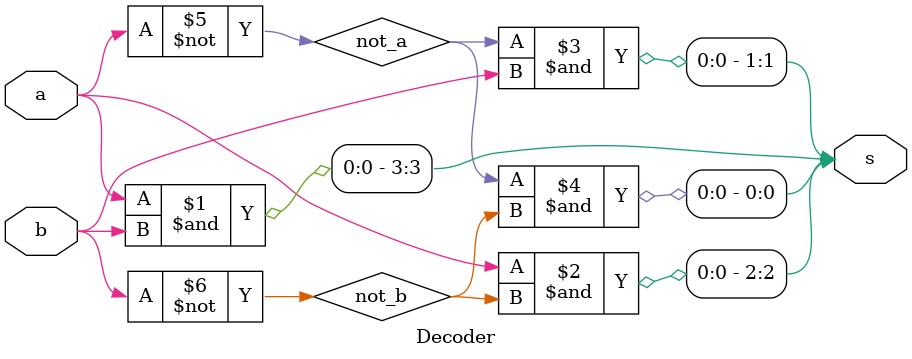
<source format=v>
`timescale 1ns / 1ps


module Decoder(input a, input b, output[3:0] s);

wire not_a;
wire not_b;

not(not_a, a);
not(not_b, b);

// AB combinations
and(s[3], a, b);
and(s[2], a, not_b);
and(s[1], not_a, b);
and(s[0], not_a, not_b);

// Mapping from AB combinations to LEDs
// 00 => U16
// 01 => E19
// 10 => U19
// 11 => V19

endmodule

</source>
